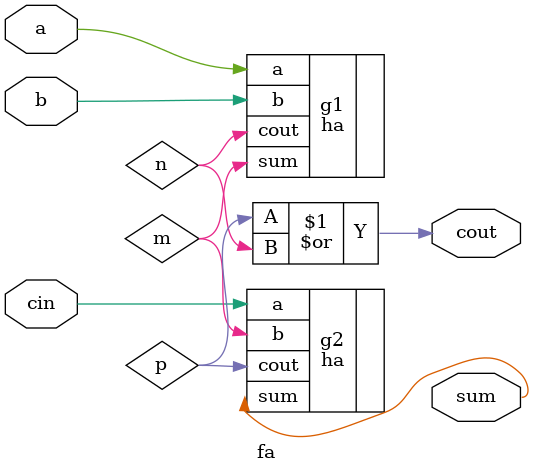
<source format=v>
`timescale 1ns / 1ps


module fa( a, b, cin, cout, sum);
input    a, b, cin;
output  cout, sum;

wire  m, n, p;


ha    g1 (.cout(n), .sum(m), .a(a), .b(b) );
ha    g2 (.cout(p), .sum(sum), .a(cin), .b(m) );

assign cout = p | n;

endmodule
</source>
